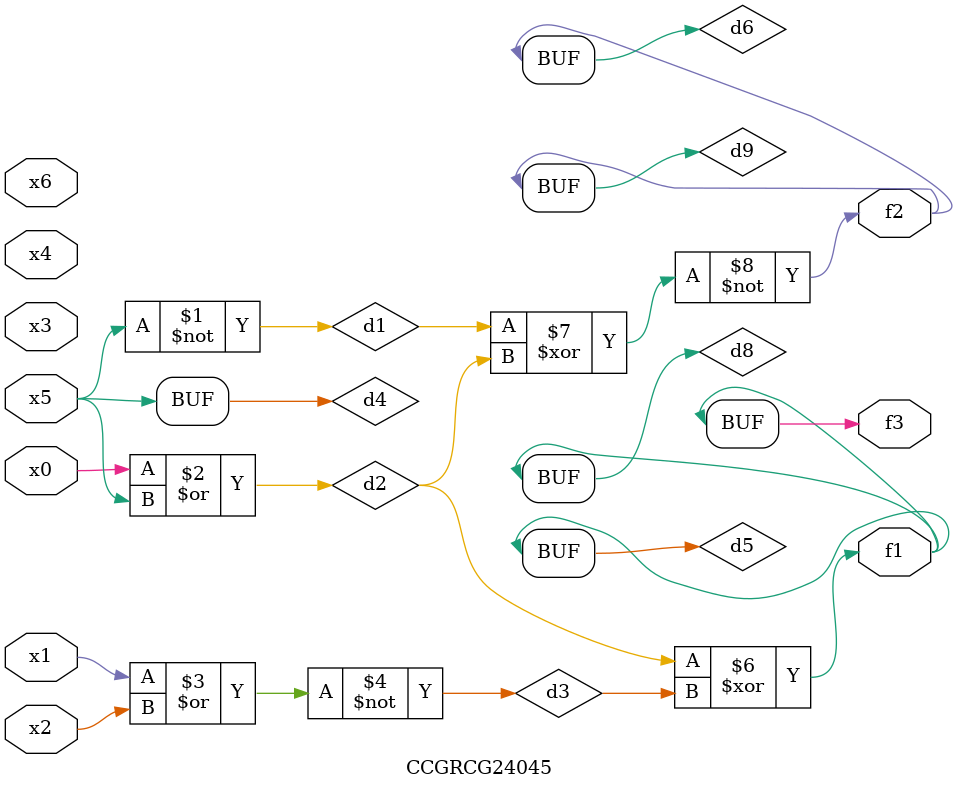
<source format=v>
module CCGRCG24045(
	input x0, x1, x2, x3, x4, x5, x6,
	output f1, f2, f3
);

	wire d1, d2, d3, d4, d5, d6, d7, d8, d9;

	nand (d1, x5);
	or (d2, x0, x5);
	nor (d3, x1, x2);
	xnor (d4, d1);
	xor (d5, d2, d3);
	xnor (d6, d1, d2);
	not (d7, x4);
	buf (d8, d5);
	xor (d9, d6);
	assign f1 = d8;
	assign f2 = d9;
	assign f3 = d8;
endmodule

</source>
